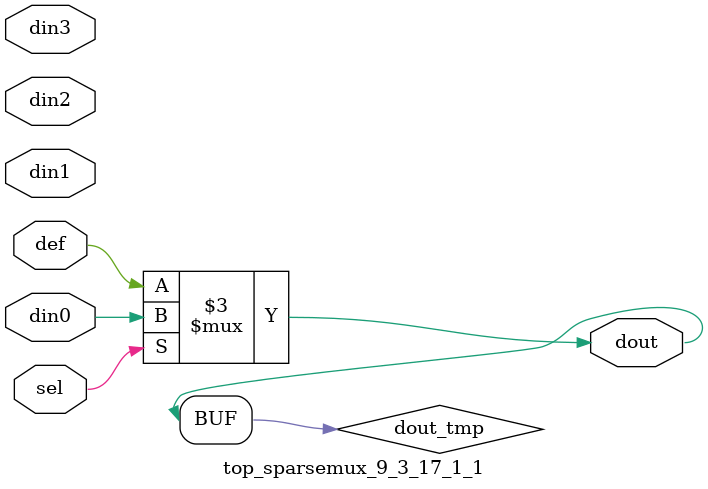
<source format=v>
`timescale 1ns / 1ps

module top_sparsemux_9_3_17_1_1 (din0,din1,din2,din3,def,sel,dout);

parameter din0_WIDTH = 1;

parameter din1_WIDTH = 1;

parameter din2_WIDTH = 1;

parameter din3_WIDTH = 1;

parameter def_WIDTH = 1;
parameter sel_WIDTH = 1;
parameter dout_WIDTH = 1;

parameter [sel_WIDTH-1:0] CASE0 = 1;

parameter [sel_WIDTH-1:0] CASE1 = 1;

parameter [sel_WIDTH-1:0] CASE2 = 1;

parameter [sel_WIDTH-1:0] CASE3 = 1;

parameter ID = 1;
parameter NUM_STAGE = 1;



input [din0_WIDTH-1:0] din0;

input [din1_WIDTH-1:0] din1;

input [din2_WIDTH-1:0] din2;

input [din3_WIDTH-1:0] din3;

input [def_WIDTH-1:0] def;
input [sel_WIDTH-1:0] sel;

output [dout_WIDTH-1:0] dout;



reg [dout_WIDTH-1:0] dout_tmp;


always @ (*) begin
(* parallel_case *) case (sel)
    
    CASE0 : dout_tmp = din0;
    
    CASE1 : dout_tmp = din1;
    
    CASE2 : dout_tmp = din2;
    
    CASE3 : dout_tmp = din3;
    
    default : dout_tmp = def;
endcase
end


assign dout = dout_tmp;



endmodule

</source>
